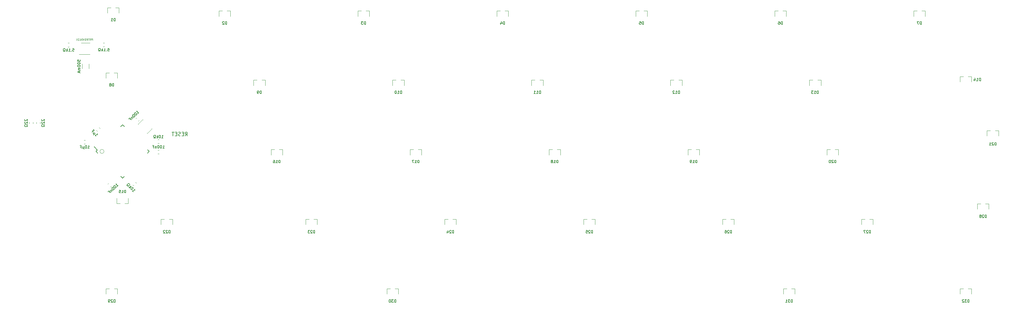
<source format=gbr>
G04 #@! TF.GenerationSoftware,KiCad,Pcbnew,(5.1.4)-1*
G04 #@! TF.CreationDate,2020-12-23T23:42:08-08:00*
G04 #@! TF.ProjectId,Nodu,4e6f6475-2e6b-4696-9361-645f70636258,rev?*
G04 #@! TF.SameCoordinates,Original*
G04 #@! TF.FileFunction,Legend,Bot*
G04 #@! TF.FilePolarity,Positive*
%FSLAX46Y46*%
G04 Gerber Fmt 4.6, Leading zero omitted, Abs format (unit mm)*
G04 Created by KiCad (PCBNEW (5.1.4)-1) date 2020-12-23 23:42:08*
%MOMM*%
%LPD*%
G04 APERTURE LIST*
%ADD10C,0.120000*%
%ADD11C,0.150000*%
%ADD12C,0.125000*%
G04 APERTURE END LIST*
D10*
X27688604Y-25465812D02*
X26415812Y-26738604D01*
X28961396Y-29284188D02*
X30234188Y-28011396D01*
X30234188Y-28011396D02*
X30128122Y-27905330D01*
X28961396Y-29284188D02*
X28855330Y-29178122D01*
X26415812Y-26738604D02*
X26521878Y-26844670D01*
X27688604Y-25465812D02*
X27794670Y-25571878D01*
X17083832Y-34225000D02*
G75*
G03X17083832Y-34225000I-565686J0D01*
G01*
D11*
X22175000Y-26906445D02*
X21697703Y-27383742D01*
X14856445Y-34225000D02*
X15263031Y-33818414D01*
X14856445Y-34225000D02*
X15333742Y-34702297D01*
X29493555Y-34225000D02*
X29016258Y-33747703D01*
X22175000Y-26906445D02*
X22652297Y-27383742D01*
X22175000Y-41543555D02*
X21697703Y-41066258D01*
X22175000Y-41543555D02*
X22652297Y-41066258D01*
X15263031Y-33818414D02*
X14361470Y-32916852D01*
X29493555Y-34225000D02*
X29016258Y-34702297D01*
D10*
X17196267Y-5485000D02*
X16853733Y-5485000D01*
X17196267Y-4465000D02*
X16853733Y-4465000D01*
X7203733Y-4515000D02*
X7546267Y-4515000D01*
X7203733Y-5535000D02*
X7546267Y-5535000D01*
X-3385000Y-26596267D02*
X-3385000Y-26253733D01*
X-2365000Y-26596267D02*
X-2365000Y-26253733D01*
X-1485000Y-26596267D02*
X-1485000Y-26253733D01*
X-465000Y-26596267D02*
X-465000Y-26253733D01*
X25210480Y-43631729D02*
X24968271Y-43389520D01*
X25931729Y-42910480D02*
X25689520Y-42668271D01*
X31828733Y-30990000D02*
X32171267Y-30990000D01*
X31828733Y-32010000D02*
X32171267Y-32010000D01*
X11115000Y-11477064D02*
X11115000Y-10272936D01*
X12935000Y-11477064D02*
X12935000Y-10272936D01*
X13225000Y-7574999D02*
X10275000Y-7574999D01*
X10825000Y-4474999D02*
X13225000Y-4474999D01*
X15235480Y-28656729D02*
X14993271Y-28414520D01*
X15956729Y-27935480D02*
X15714520Y-27693271D01*
X19106729Y-43664520D02*
X18864520Y-43906729D01*
X18385480Y-42943271D02*
X18143271Y-43185480D01*
X25793272Y-25185480D02*
X26035481Y-24943271D01*
X26514521Y-25906729D02*
X26756730Y-25664520D01*
X31853733Y-33865000D02*
X32196267Y-33865000D01*
X31853733Y-34885000D02*
X32196267Y-34885000D01*
X11946267Y-32135000D02*
X11603733Y-32135000D01*
X11946267Y-31115000D02*
X11603733Y-31115000D01*
X254930000Y-71865000D02*
X254930000Y-73325000D01*
X251770000Y-71865000D02*
X251770000Y-73325000D01*
X254930000Y-71865000D02*
X254000000Y-71865000D01*
X251770000Y-71865000D02*
X252700000Y-71865000D01*
X206511250Y-71865001D02*
X206511250Y-73325001D01*
X203351250Y-71865001D02*
X203351250Y-73325001D01*
X206511250Y-71865001D02*
X205581250Y-71865001D01*
X203351250Y-71865001D02*
X204281250Y-71865001D01*
X97767499Y-71865000D02*
X97767499Y-73325000D01*
X94607499Y-71865000D02*
X94607499Y-73325000D01*
X97767499Y-71865000D02*
X96837499Y-71865000D01*
X94607499Y-71865000D02*
X95537499Y-71865000D01*
X20773750Y-71865000D02*
X20773750Y-73325000D01*
X17613750Y-71865000D02*
X17613750Y-73325000D01*
X20773750Y-71865000D02*
X19843750Y-71865000D01*
X17613750Y-71865000D02*
X18543750Y-71865000D01*
X259692500Y-48596250D02*
X259692500Y-50056250D01*
X256532500Y-48596250D02*
X256532500Y-50056250D01*
X259692500Y-48596250D02*
X258762500Y-48596250D01*
X256532500Y-48596250D02*
X257462500Y-48596250D01*
X227942500Y-52815000D02*
X227942500Y-54275000D01*
X224782500Y-52815000D02*
X224782500Y-54275000D01*
X227942500Y-52815000D02*
X227012500Y-52815000D01*
X224782500Y-52815000D02*
X225712500Y-52815000D01*
X189842500Y-52815000D02*
X189842500Y-54275000D01*
X186682500Y-52815000D02*
X186682500Y-54275000D01*
X189842500Y-52815000D02*
X188912500Y-52815000D01*
X186682500Y-52815000D02*
X187612500Y-52815000D01*
X151742500Y-52815000D02*
X151742500Y-54275000D01*
X148582500Y-52815000D02*
X148582500Y-54275000D01*
X151742500Y-52815000D02*
X150812500Y-52815000D01*
X148582500Y-52815000D02*
X149512500Y-52815000D01*
X113642500Y-52814999D02*
X113642500Y-54274999D01*
X110482500Y-52814999D02*
X110482500Y-54274999D01*
X113642500Y-52814999D02*
X112712500Y-52814999D01*
X110482500Y-52814999D02*
X111412500Y-52814999D01*
X75542500Y-52815000D02*
X75542500Y-54275000D01*
X72382500Y-52815000D02*
X72382500Y-54275000D01*
X75542500Y-52815000D02*
X74612500Y-52815000D01*
X72382500Y-52815000D02*
X73312500Y-52815000D01*
X35855000Y-52815000D02*
X35855000Y-54275000D01*
X32695000Y-52815000D02*
X32695000Y-54275000D01*
X35855000Y-52815000D02*
X34925000Y-52815000D01*
X32695000Y-52815000D02*
X33625000Y-52815000D01*
X262355000Y-28515000D02*
X262355000Y-29975000D01*
X259195000Y-28515000D02*
X259195000Y-29975000D01*
X262355000Y-28515000D02*
X261425000Y-28515000D01*
X259195000Y-28515000D02*
X260125000Y-28515000D01*
X218417500Y-33721250D02*
X218417500Y-35181250D01*
X215257500Y-33721250D02*
X215257500Y-35181250D01*
X218417500Y-33721250D02*
X217487500Y-33721250D01*
X215257500Y-33721250D02*
X216187500Y-33721250D01*
X180317500Y-33721250D02*
X180317500Y-35181250D01*
X177157500Y-33721250D02*
X177157500Y-35181250D01*
X180317500Y-33721250D02*
X179387500Y-33721250D01*
X177157500Y-33721250D02*
X178087500Y-33721250D01*
X142217500Y-33721250D02*
X142217500Y-35181250D01*
X139057500Y-33721250D02*
X139057500Y-35181250D01*
X142217500Y-33721250D02*
X141287500Y-33721250D01*
X139057500Y-33721250D02*
X139987500Y-33721250D01*
X104117500Y-33721250D02*
X104117500Y-35181250D01*
X100957500Y-33721250D02*
X100957500Y-35181250D01*
X104117500Y-33721250D02*
X103187500Y-33721250D01*
X100957500Y-33721250D02*
X101887500Y-33721250D01*
X66017500Y-33721250D02*
X66017500Y-35181250D01*
X62857500Y-33721250D02*
X62857500Y-35181250D01*
X66017500Y-33721250D02*
X65087500Y-33721250D01*
X62857500Y-33721250D02*
X63787500Y-33721250D01*
X20570001Y-48535000D02*
X20570001Y-47075000D01*
X23730001Y-48535000D02*
X23730001Y-47075000D01*
X20570001Y-48535000D02*
X21500001Y-48535000D01*
X23730001Y-48535000D02*
X22800001Y-48535000D01*
X254930000Y-13671250D02*
X254930000Y-15131250D01*
X251770000Y-13671250D02*
X251770000Y-15131250D01*
X254930000Y-13671250D02*
X254000000Y-13671250D01*
X251770000Y-13671250D02*
X252700000Y-13671250D01*
X213655000Y-14671250D02*
X213655000Y-16131250D01*
X210495000Y-14671250D02*
X210495000Y-16131250D01*
X213655000Y-14671250D02*
X212725000Y-14671250D01*
X210495000Y-14671250D02*
X211425000Y-14671250D01*
X175555000Y-14671250D02*
X175555000Y-16131250D01*
X172395000Y-14671250D02*
X172395000Y-16131250D01*
X175555000Y-14671250D02*
X174625000Y-14671250D01*
X172395000Y-14671250D02*
X173325000Y-14671250D01*
X137455000Y-14671250D02*
X137455000Y-16131250D01*
X134295000Y-14671250D02*
X134295000Y-16131250D01*
X137455000Y-14671250D02*
X136525000Y-14671250D01*
X134295000Y-14671250D02*
X135225000Y-14671250D01*
X99355000Y-14671250D02*
X99355000Y-16131250D01*
X96195000Y-14671250D02*
X96195000Y-16131250D01*
X99355000Y-14671250D02*
X98425000Y-14671250D01*
X96195000Y-14671250D02*
X97125000Y-14671250D01*
X61255000Y-14671251D02*
X61255000Y-16131251D01*
X58095000Y-14671251D02*
X58095000Y-16131251D01*
X61255000Y-14671251D02*
X60325000Y-14671251D01*
X58095000Y-14671251D02*
X59025000Y-14671251D01*
X20755000Y-12665000D02*
X20755000Y-14125000D01*
X17595000Y-12665000D02*
X17595000Y-14125000D01*
X20755000Y-12665000D02*
X19825000Y-12665000D01*
X17595000Y-12665000D02*
X18525000Y-12665000D01*
X242230000Y4291250D02*
X242230000Y2831250D01*
X239070000Y4291250D02*
X239070000Y2831250D01*
X242230000Y4291250D02*
X241300000Y4291250D01*
X239070000Y4291250D02*
X240000000Y4291250D01*
X204130000Y4291250D02*
X204130000Y2831250D01*
X200970000Y4291250D02*
X200970000Y2831250D01*
X204130000Y4291250D02*
X203200000Y4291250D01*
X200970000Y4291250D02*
X201900000Y4291250D01*
X166030000Y4291250D02*
X166030000Y2831250D01*
X162870000Y4291250D02*
X162870000Y2831250D01*
X166030000Y4291250D02*
X165100000Y4291250D01*
X162870000Y4291250D02*
X163800000Y4291250D01*
X127930000Y4291250D02*
X127930000Y2831250D01*
X124770000Y4291250D02*
X124770000Y2831250D01*
X127930000Y4291250D02*
X127000000Y4291250D01*
X124770000Y4291250D02*
X125700000Y4291250D01*
X89830000Y4291250D02*
X89830000Y2831250D01*
X86670000Y4291250D02*
X86670000Y2831250D01*
X89830000Y4291250D02*
X88900000Y4291250D01*
X86670000Y4291250D02*
X87600000Y4291250D01*
X51730000Y4291250D02*
X51730000Y2831250D01*
X48570000Y4291250D02*
X48570000Y2831250D01*
X51730000Y4291250D02*
X50800000Y4291250D01*
X48570000Y4291250D02*
X49500000Y4291250D01*
X21180000Y5185000D02*
X21180000Y3725000D01*
X18020000Y5185000D02*
X18020000Y3725000D01*
X21180000Y5185000D02*
X20250000Y5185000D01*
X18020000Y5185000D02*
X18950000Y5185000D01*
D11*
X39327380Y-29927380D02*
X39660714Y-29451190D01*
X39898809Y-29927380D02*
X39898809Y-28927380D01*
X39517857Y-28927380D01*
X39422619Y-28975000D01*
X39375000Y-29022619D01*
X39327380Y-29117857D01*
X39327380Y-29260714D01*
X39375000Y-29355952D01*
X39422619Y-29403571D01*
X39517857Y-29451190D01*
X39898809Y-29451190D01*
X38898809Y-29403571D02*
X38565476Y-29403571D01*
X38422619Y-29927380D02*
X38898809Y-29927380D01*
X38898809Y-28927380D01*
X38422619Y-28927380D01*
X38041666Y-29879761D02*
X37898809Y-29927380D01*
X37660714Y-29927380D01*
X37565476Y-29879761D01*
X37517857Y-29832142D01*
X37470238Y-29736904D01*
X37470238Y-29641666D01*
X37517857Y-29546428D01*
X37565476Y-29498809D01*
X37660714Y-29451190D01*
X37851190Y-29403571D01*
X37946428Y-29355952D01*
X37994047Y-29308333D01*
X38041666Y-29213095D01*
X38041666Y-29117857D01*
X37994047Y-29022619D01*
X37946428Y-28975000D01*
X37851190Y-28927380D01*
X37613095Y-28927380D01*
X37470238Y-28975000D01*
X37041666Y-29403571D02*
X36708333Y-29403571D01*
X36565476Y-29927380D02*
X37041666Y-29927380D01*
X37041666Y-28927380D01*
X36565476Y-28927380D01*
X36279761Y-28927380D02*
X35708333Y-28927380D01*
X35994047Y-29927380D02*
X35994047Y-28927380D01*
X18114285Y-5964285D02*
X18471428Y-5964285D01*
X18507142Y-6321428D01*
X18471428Y-6285714D01*
X18400000Y-6250000D01*
X18221428Y-6250000D01*
X18150000Y-6285714D01*
X18114285Y-6321428D01*
X18078571Y-6392857D01*
X18078571Y-6571428D01*
X18114285Y-6642857D01*
X18150000Y-6678571D01*
X18221428Y-6714285D01*
X18400000Y-6714285D01*
X18471428Y-6678571D01*
X18507142Y-6642857D01*
X17757142Y-6642857D02*
X17721428Y-6678571D01*
X17757142Y-6714285D01*
X17792857Y-6678571D01*
X17757142Y-6642857D01*
X17757142Y-6714285D01*
X17007142Y-6714285D02*
X17435714Y-6714285D01*
X17221428Y-6714285D02*
X17221428Y-5964285D01*
X17292857Y-6071428D01*
X17364285Y-6142857D01*
X17435714Y-6178571D01*
X16685714Y-6714285D02*
X16685714Y-5964285D01*
X16614285Y-6428571D02*
X16400000Y-6714285D01*
X16400000Y-6214285D02*
X16685714Y-6500000D01*
X16114285Y-6714285D02*
X15935714Y-6714285D01*
X15935714Y-6571428D01*
X16007142Y-6535714D01*
X16078571Y-6464285D01*
X16114285Y-6357142D01*
X16114285Y-6178571D01*
X16078571Y-6071428D01*
X16007142Y-6000000D01*
X15900000Y-5964285D01*
X15757142Y-5964285D01*
X15650000Y-6000000D01*
X15578571Y-6071428D01*
X15542857Y-6178571D01*
X15542857Y-6357142D01*
X15578571Y-6464285D01*
X15650000Y-6535714D01*
X15721428Y-6571428D01*
X15721428Y-6714285D01*
X15542857Y-6714285D01*
X8464285Y-6014285D02*
X8821428Y-6014285D01*
X8857142Y-6371428D01*
X8821428Y-6335714D01*
X8750000Y-6300000D01*
X8571428Y-6300000D01*
X8500000Y-6335714D01*
X8464285Y-6371428D01*
X8428571Y-6442857D01*
X8428571Y-6621428D01*
X8464285Y-6692857D01*
X8500000Y-6728571D01*
X8571428Y-6764285D01*
X8750000Y-6764285D01*
X8821428Y-6728571D01*
X8857142Y-6692857D01*
X8107142Y-6692857D02*
X8071428Y-6728571D01*
X8107142Y-6764285D01*
X8142857Y-6728571D01*
X8107142Y-6692857D01*
X8107142Y-6764285D01*
X7357142Y-6764285D02*
X7785714Y-6764285D01*
X7571428Y-6764285D02*
X7571428Y-6014285D01*
X7642857Y-6121428D01*
X7714285Y-6192857D01*
X7785714Y-6228571D01*
X7035714Y-6764285D02*
X7035714Y-6014285D01*
X6964285Y-6478571D02*
X6749999Y-6764285D01*
X6749999Y-6264285D02*
X7035714Y-6550000D01*
X6464285Y-6764285D02*
X6285714Y-6764285D01*
X6285714Y-6621428D01*
X6357142Y-6585714D01*
X6428571Y-6514285D01*
X6464285Y-6407142D01*
X6464285Y-6228571D01*
X6428571Y-6121428D01*
X6357142Y-6050000D01*
X6249999Y-6014285D01*
X6107142Y-6014285D01*
X5999999Y-6050000D01*
X5928571Y-6121428D01*
X5892857Y-6228571D01*
X5892857Y-6407142D01*
X5928571Y-6514285D01*
X5999999Y-6585714D01*
X6071428Y-6621428D01*
X6071428Y-6764285D01*
X5892857Y-6764285D01*
X-4614285Y-25425000D02*
X-4650000Y-25460714D01*
X-4685714Y-25532142D01*
X-4685714Y-25710714D01*
X-4650000Y-25782142D01*
X-4614285Y-25817857D01*
X-4542857Y-25853571D01*
X-4471428Y-25853571D01*
X-4364285Y-25817857D01*
X-3935714Y-25389285D01*
X-3935714Y-25853571D01*
X-4614285Y-26139285D02*
X-4650000Y-26175000D01*
X-4685714Y-26246428D01*
X-4685714Y-26425000D01*
X-4650000Y-26496428D01*
X-4614285Y-26532142D01*
X-4542857Y-26567857D01*
X-4471428Y-26567857D01*
X-4364285Y-26532142D01*
X-3935714Y-26103571D01*
X-3935714Y-26567857D01*
X-3935714Y-26853571D02*
X-3935714Y-27032142D01*
X-4078571Y-27032142D01*
X-4114285Y-26960714D01*
X-4185714Y-26889285D01*
X-4292857Y-26853571D01*
X-4471428Y-26853571D01*
X-4578571Y-26889285D01*
X-4650000Y-26960714D01*
X-4685714Y-27067857D01*
X-4685714Y-27210714D01*
X-4650000Y-27317857D01*
X-4578571Y-27389285D01*
X-4471428Y-27425000D01*
X-4292857Y-27425000D01*
X-4185714Y-27389285D01*
X-4114285Y-27317857D01*
X-4078571Y-27246428D01*
X-3935714Y-27246428D01*
X-3935714Y-27425000D01*
X35714Y-25425000D02*
X0Y-25460714D01*
X-35714Y-25532142D01*
X-35714Y-25710714D01*
X0Y-25782142D01*
X35714Y-25817857D01*
X107142Y-25853571D01*
X178571Y-25853571D01*
X285714Y-25817857D01*
X714285Y-25389285D01*
X714285Y-25853571D01*
X35714Y-26139285D02*
X0Y-26175000D01*
X-35714Y-26246428D01*
X-35714Y-26425000D01*
X0Y-26496428D01*
X35714Y-26532142D01*
X107142Y-26567857D01*
X178571Y-26567857D01*
X285714Y-26532142D01*
X714285Y-26103571D01*
X714285Y-26567857D01*
X714285Y-26853571D02*
X714285Y-27032142D01*
X571428Y-27032142D01*
X535714Y-26960714D01*
X464285Y-26889285D01*
X357142Y-26853571D01*
X178571Y-26853571D01*
X71428Y-26889285D01*
X0Y-26960714D01*
X-35714Y-27067857D01*
X-35714Y-27210714D01*
X0Y-27317857D01*
X71428Y-27389285D01*
X178571Y-27425000D01*
X357142Y-27425000D01*
X464285Y-27389285D01*
X535714Y-27317857D01*
X571428Y-27246428D01*
X714285Y-27246428D01*
X714285Y-27425000D01*
X24838858Y-44998578D02*
X25141903Y-45301624D01*
X24990381Y-45150101D02*
X25520711Y-44619771D01*
X25495457Y-44746040D01*
X25495457Y-44847055D01*
X25520711Y-44922817D01*
X25040888Y-44139949D02*
X24990381Y-44089441D01*
X24914619Y-44064187D01*
X24864112Y-44064187D01*
X24788350Y-44089441D01*
X24662081Y-44165202D01*
X24535812Y-44291471D01*
X24460050Y-44417740D01*
X24434797Y-44493502D01*
X24434797Y-44544010D01*
X24460051Y-44619771D01*
X24510558Y-44670279D01*
X24586320Y-44695532D01*
X24636827Y-44695532D01*
X24712589Y-44670279D01*
X24838858Y-44594517D01*
X24965127Y-44468248D01*
X25040888Y-44341979D01*
X25066142Y-44266218D01*
X25066142Y-44215710D01*
X25040888Y-44139949D01*
X24106497Y-44266218D02*
X24636827Y-43735887D01*
X24258020Y-44013679D02*
X23904467Y-44064187D01*
X24258020Y-43710634D02*
X24258020Y-44114695D01*
X23702436Y-43862157D02*
X23576167Y-43735887D01*
X23677182Y-43634872D01*
X23752944Y-43660126D01*
X23853959Y-43660126D01*
X23954974Y-43609618D01*
X24081243Y-43483349D01*
X24131751Y-43382334D01*
X24131751Y-43281319D01*
X24081243Y-43180304D01*
X23980228Y-43079288D01*
X23879213Y-43028781D01*
X23778198Y-43028781D01*
X23677182Y-43079288D01*
X23550913Y-43205557D01*
X23500406Y-43306573D01*
X23500406Y-43407588D01*
X23525659Y-43483349D01*
X23424644Y-43584365D01*
X23298375Y-43458096D01*
X32875000Y-30514285D02*
X33303571Y-30514285D01*
X33089285Y-30514285D02*
X33089285Y-29764285D01*
X33160714Y-29871428D01*
X33232142Y-29942857D01*
X33303571Y-29978571D01*
X32410714Y-29764285D02*
X32339285Y-29764285D01*
X32267857Y-29800000D01*
X32232142Y-29835714D01*
X32196428Y-29907142D01*
X32160714Y-30050000D01*
X32160714Y-30228571D01*
X32196428Y-30371428D01*
X32232142Y-30442857D01*
X32267857Y-30478571D01*
X32339285Y-30514285D01*
X32410714Y-30514285D01*
X32482142Y-30478571D01*
X32517857Y-30442857D01*
X32553571Y-30371428D01*
X32589285Y-30228571D01*
X32589285Y-30050000D01*
X32553571Y-29907142D01*
X32517857Y-29835714D01*
X32482142Y-29800000D01*
X32410714Y-29764285D01*
X31839285Y-30514285D02*
X31839285Y-29764285D01*
X31767857Y-30228571D02*
X31553571Y-30514285D01*
X31553571Y-30014285D02*
X31839285Y-30300000D01*
X31267857Y-30514285D02*
X31089285Y-30514285D01*
X31089285Y-30371428D01*
X31160714Y-30335714D01*
X31232142Y-30264285D01*
X31267857Y-30157142D01*
X31267857Y-29978571D01*
X31232142Y-29871428D01*
X31160714Y-29800000D01*
X31053571Y-29764285D01*
X30910714Y-29764285D01*
X30803571Y-29800000D01*
X30732142Y-29871428D01*
X30696428Y-29978571D01*
X30696428Y-30157142D01*
X30732142Y-30264285D01*
X30803571Y-30335714D01*
X30875000Y-30371428D01*
X30875000Y-30514285D01*
X30696428Y-30514285D01*
X9794285Y-9517857D02*
X9794285Y-9160714D01*
X10151428Y-9125000D01*
X10115714Y-9160714D01*
X10080000Y-9232142D01*
X10080000Y-9410714D01*
X10115714Y-9482142D01*
X10151428Y-9517857D01*
X10222857Y-9553571D01*
X10401428Y-9553571D01*
X10472857Y-9517857D01*
X10508571Y-9482142D01*
X10544285Y-9410714D01*
X10544285Y-9232142D01*
X10508571Y-9160714D01*
X10472857Y-9125000D01*
X9794285Y-10017857D02*
X9794285Y-10089285D01*
X9830000Y-10160714D01*
X9865714Y-10196428D01*
X9937142Y-10232142D01*
X10080000Y-10267857D01*
X10258571Y-10267857D01*
X10401428Y-10232142D01*
X10472857Y-10196428D01*
X10508571Y-10160714D01*
X10544285Y-10089285D01*
X10544285Y-10017857D01*
X10508571Y-9946428D01*
X10472857Y-9910714D01*
X10401428Y-9875000D01*
X10258571Y-9839285D01*
X10080000Y-9839285D01*
X9937142Y-9875000D01*
X9865714Y-9910714D01*
X9830000Y-9946428D01*
X9794285Y-10017857D01*
X9794285Y-10732142D02*
X9794285Y-10803571D01*
X9830000Y-10875000D01*
X9865714Y-10910714D01*
X9937142Y-10946428D01*
X10080000Y-10982142D01*
X10258571Y-10982142D01*
X10401428Y-10946428D01*
X10472857Y-10910714D01*
X10508571Y-10875000D01*
X10544285Y-10803571D01*
X10544285Y-10732142D01*
X10508571Y-10660714D01*
X10472857Y-10625000D01*
X10401428Y-10589285D01*
X10258571Y-10553571D01*
X10080000Y-10553571D01*
X9937142Y-10589285D01*
X9865714Y-10625000D01*
X9830000Y-10660714D01*
X9794285Y-10732142D01*
X10544285Y-11303571D02*
X10044285Y-11303571D01*
X10115714Y-11303571D02*
X10080000Y-11339285D01*
X10044285Y-11410714D01*
X10044285Y-11517857D01*
X10080000Y-11589285D01*
X10151428Y-11625000D01*
X10544285Y-11625000D01*
X10151428Y-11625000D02*
X10080000Y-11660714D01*
X10044285Y-11732142D01*
X10044285Y-11839285D01*
X10080000Y-11910714D01*
X10151428Y-11946428D01*
X10544285Y-11946428D01*
X10330000Y-12267857D02*
X10330000Y-12625000D01*
X10544285Y-12196428D02*
X9794285Y-12446428D01*
X10544285Y-12696428D01*
D12*
X13995000Y-3771189D02*
X13995000Y-3271189D01*
X13804523Y-3271189D01*
X13756904Y-3294999D01*
X13733095Y-3318808D01*
X13709285Y-3366427D01*
X13709285Y-3437856D01*
X13733095Y-3485475D01*
X13756904Y-3509284D01*
X13804523Y-3533094D01*
X13995000Y-3533094D01*
X13209285Y-3771189D02*
X13375952Y-3533094D01*
X13495000Y-3771189D02*
X13495000Y-3271189D01*
X13304523Y-3271189D01*
X13256904Y-3294999D01*
X13233095Y-3318808D01*
X13209285Y-3366427D01*
X13209285Y-3437856D01*
X13233095Y-3485475D01*
X13256904Y-3509284D01*
X13304523Y-3533094D01*
X13495000Y-3533094D01*
X13066428Y-3271189D02*
X12780714Y-3271189D01*
X12923571Y-3771189D02*
X12923571Y-3271189D01*
X12328333Y-3771189D02*
X12495000Y-3533094D01*
X12614047Y-3771189D02*
X12614047Y-3271189D01*
X12423571Y-3271189D01*
X12375952Y-3294999D01*
X12352142Y-3318808D01*
X12328333Y-3366427D01*
X12328333Y-3437856D01*
X12352142Y-3485475D01*
X12375952Y-3509284D01*
X12423571Y-3533094D01*
X12614047Y-3533094D01*
X11875952Y-3271189D02*
X12114047Y-3271189D01*
X12137857Y-3509284D01*
X12114047Y-3485475D01*
X12066428Y-3461665D01*
X11947380Y-3461665D01*
X11899761Y-3485475D01*
X11875952Y-3509284D01*
X11852142Y-3556903D01*
X11852142Y-3675951D01*
X11875952Y-3723570D01*
X11899761Y-3747379D01*
X11947380Y-3771189D01*
X12066428Y-3771189D01*
X12114047Y-3747379D01*
X12137857Y-3723570D01*
X11709285Y-3271189D02*
X11542619Y-3771189D01*
X11375952Y-3271189D01*
X11114047Y-3271189D02*
X11066428Y-3271189D01*
X11018809Y-3294999D01*
X10995000Y-3318808D01*
X10971190Y-3366427D01*
X10947380Y-3461665D01*
X10947380Y-3580713D01*
X10971190Y-3675951D01*
X10995000Y-3723570D01*
X11018809Y-3747379D01*
X11066428Y-3771189D01*
X11114047Y-3771189D01*
X11161666Y-3747379D01*
X11185476Y-3723570D01*
X11209285Y-3675951D01*
X11233095Y-3580713D01*
X11233095Y-3461665D01*
X11209285Y-3366427D01*
X11185476Y-3318808D01*
X11161666Y-3294999D01*
X11114047Y-3271189D01*
X10733095Y-3271189D02*
X10733095Y-3675951D01*
X10709285Y-3723570D01*
X10685476Y-3747379D01*
X10637857Y-3771189D01*
X10542619Y-3771189D01*
X10495000Y-3747379D01*
X10471190Y-3723570D01*
X10447380Y-3675951D01*
X10447380Y-3271189D01*
X10233095Y-3318808D02*
X10209285Y-3294999D01*
X10161666Y-3271189D01*
X10042619Y-3271189D01*
X9995000Y-3294999D01*
X9971190Y-3318808D01*
X9947380Y-3366427D01*
X9947380Y-3414046D01*
X9971190Y-3485475D01*
X10256904Y-3771189D01*
X9947380Y-3771189D01*
X9780714Y-3271189D02*
X9447380Y-3771189D01*
X9447380Y-3271189D02*
X9780714Y-3771189D01*
D11*
X14598693Y-29758413D02*
X14901738Y-30061459D01*
X14750216Y-29909936D02*
X15280546Y-29379606D01*
X15255292Y-29505875D01*
X15255292Y-29606890D01*
X15280546Y-29682652D01*
X14724962Y-29177575D02*
X14194632Y-29707905D01*
X14194632Y-29202829D02*
X14118870Y-29228083D01*
X14043109Y-29202829D01*
X14447170Y-29455367D02*
X14371408Y-29480621D01*
X14295647Y-29455367D01*
X14194632Y-29354352D01*
X14169378Y-29278591D01*
X14194632Y-29202829D01*
X14472424Y-28925037D01*
X13916840Y-28520976D02*
X14093616Y-28697753D01*
X13815824Y-28975545D02*
X14346155Y-28445215D01*
X14093616Y-28192677D01*
X20675609Y-43834111D02*
X20978654Y-43531065D01*
X20827132Y-43682588D02*
X20296801Y-43152258D01*
X20423071Y-43177512D01*
X20524086Y-43177512D01*
X20599847Y-43152258D01*
X19816979Y-43632080D02*
X19766471Y-43682588D01*
X19741218Y-43758349D01*
X19741218Y-43808857D01*
X19766471Y-43884618D01*
X19842233Y-44010887D01*
X19968502Y-44137157D01*
X20094771Y-44212918D01*
X20170532Y-44238172D01*
X20221040Y-44238172D01*
X20296801Y-44212918D01*
X20347309Y-44162410D01*
X20372563Y-44086649D01*
X20372563Y-44036141D01*
X20347309Y-43960380D01*
X20271548Y-43834111D01*
X20145279Y-43707842D01*
X20019010Y-43632080D01*
X19943248Y-43606826D01*
X19892740Y-43606826D01*
X19816979Y-43632080D01*
X19311903Y-44137157D02*
X19261395Y-44187664D01*
X19236141Y-44263426D01*
X19236141Y-44313933D01*
X19261395Y-44389695D01*
X19337157Y-44515964D01*
X19463426Y-44642233D01*
X19589695Y-44717994D01*
X19665456Y-44743248D01*
X19715964Y-44743248D01*
X19791725Y-44717994D01*
X19842233Y-44667487D01*
X19867487Y-44591725D01*
X19867487Y-44541218D01*
X19842233Y-44465456D01*
X19766471Y-44339187D01*
X19640202Y-44212918D01*
X19513933Y-44137157D01*
X19438172Y-44111903D01*
X19387664Y-44111903D01*
X19311903Y-44137157D01*
X19084618Y-44717994D02*
X19438172Y-45071548D01*
X19135126Y-44768502D02*
X19084618Y-44768502D01*
X19008857Y-44793756D01*
X18933096Y-44869517D01*
X18907842Y-44945279D01*
X18933096Y-45021040D01*
X19210887Y-45298832D01*
X18503781Y-45450355D02*
X18680557Y-45273578D01*
X18958349Y-45551370D02*
X18428019Y-45021040D01*
X18175481Y-45273578D01*
X26345712Y-23854213D02*
X26648757Y-23551167D01*
X26497235Y-23702690D02*
X25966904Y-23172360D01*
X26093174Y-23197614D01*
X26194189Y-23197614D01*
X26269950Y-23172360D01*
X25487082Y-23652182D02*
X25436574Y-23702690D01*
X25411321Y-23778451D01*
X25411321Y-23828959D01*
X25436574Y-23904720D01*
X25512336Y-24030989D01*
X25638605Y-24157259D01*
X25764874Y-24233020D01*
X25840635Y-24258274D01*
X25891143Y-24258274D01*
X25966904Y-24233020D01*
X26017412Y-24182512D01*
X26042666Y-24106751D01*
X26042666Y-24056243D01*
X26017412Y-23980482D01*
X25941651Y-23854213D01*
X25815382Y-23727944D01*
X25689113Y-23652182D01*
X25613351Y-23626928D01*
X25562843Y-23626928D01*
X25487082Y-23652182D01*
X24982006Y-24157259D02*
X24931498Y-24207766D01*
X24906244Y-24283528D01*
X24906244Y-24334035D01*
X24931498Y-24409797D01*
X25007260Y-24536066D01*
X25133529Y-24662335D01*
X25259798Y-24738096D01*
X25335559Y-24763350D01*
X25386067Y-24763350D01*
X25461828Y-24738096D01*
X25512336Y-24687589D01*
X25537590Y-24611827D01*
X25537590Y-24561320D01*
X25512336Y-24485558D01*
X25436574Y-24359289D01*
X25310305Y-24233020D01*
X25184036Y-24157259D01*
X25108275Y-24132005D01*
X25057767Y-24132005D01*
X24982006Y-24157259D01*
X24754721Y-24738096D02*
X25108275Y-25091650D01*
X24805229Y-24788604D02*
X24754721Y-24788604D01*
X24678960Y-24813858D01*
X24603199Y-24889619D01*
X24577945Y-24965381D01*
X24603199Y-25041142D01*
X24880990Y-25318934D01*
X24173884Y-25470457D02*
X24350660Y-25293680D01*
X24628452Y-25571472D02*
X24098122Y-25041142D01*
X23845584Y-25293680D01*
X33185714Y-33314285D02*
X33614285Y-33314285D01*
X33400000Y-33314285D02*
X33400000Y-32564285D01*
X33471428Y-32671428D01*
X33542857Y-32742857D01*
X33614285Y-32778571D01*
X32721428Y-32564285D02*
X32650000Y-32564285D01*
X32578571Y-32600000D01*
X32542857Y-32635714D01*
X32507142Y-32707142D01*
X32471428Y-32850000D01*
X32471428Y-33028571D01*
X32507142Y-33171428D01*
X32542857Y-33242857D01*
X32578571Y-33278571D01*
X32650000Y-33314285D01*
X32721428Y-33314285D01*
X32792857Y-33278571D01*
X32828571Y-33242857D01*
X32864285Y-33171428D01*
X32900000Y-33028571D01*
X32900000Y-32850000D01*
X32864285Y-32707142D01*
X32828571Y-32635714D01*
X32792857Y-32600000D01*
X32721428Y-32564285D01*
X32007142Y-32564285D02*
X31935714Y-32564285D01*
X31864285Y-32600000D01*
X31828571Y-32635714D01*
X31792857Y-32707142D01*
X31757142Y-32850000D01*
X31757142Y-33028571D01*
X31792857Y-33171428D01*
X31828571Y-33242857D01*
X31864285Y-33278571D01*
X31935714Y-33314285D01*
X32007142Y-33314285D01*
X32078571Y-33278571D01*
X32114285Y-33242857D01*
X32150000Y-33171428D01*
X32185714Y-33028571D01*
X32185714Y-32850000D01*
X32150000Y-32707142D01*
X32114285Y-32635714D01*
X32078571Y-32600000D01*
X32007142Y-32564285D01*
X31435714Y-32814285D02*
X31435714Y-33314285D01*
X31435714Y-32885714D02*
X31400000Y-32850000D01*
X31328571Y-32814285D01*
X31221428Y-32814285D01*
X31150000Y-32850000D01*
X31114285Y-32921428D01*
X31114285Y-33314285D01*
X30507142Y-32921428D02*
X30757142Y-32921428D01*
X30757142Y-33314285D02*
X30757142Y-32564285D01*
X30400000Y-32564285D01*
X12632142Y-33364285D02*
X13060714Y-33364285D01*
X12846428Y-33364285D02*
X12846428Y-32614285D01*
X12917857Y-32721428D01*
X12989285Y-32792857D01*
X13060714Y-32828571D01*
X12167857Y-32614285D02*
X12096428Y-32614285D01*
X12025000Y-32650000D01*
X11989285Y-32685714D01*
X11953571Y-32757142D01*
X11917857Y-32900000D01*
X11917857Y-33078571D01*
X11953571Y-33221428D01*
X11989285Y-33292857D01*
X12025000Y-33328571D01*
X12096428Y-33364285D01*
X12167857Y-33364285D01*
X12239285Y-33328571D01*
X12275000Y-33292857D01*
X12310714Y-33221428D01*
X12346428Y-33078571D01*
X12346428Y-32900000D01*
X12310714Y-32757142D01*
X12275000Y-32685714D01*
X12239285Y-32650000D01*
X12167857Y-32614285D01*
X11596428Y-32864285D02*
X11596428Y-33614285D01*
X11239285Y-33257142D02*
X11203571Y-33328571D01*
X11132142Y-33364285D01*
X11596428Y-33257142D02*
X11560714Y-33328571D01*
X11489285Y-33364285D01*
X11346428Y-33364285D01*
X11275000Y-33328571D01*
X11239285Y-33257142D01*
X11239285Y-32864285D01*
X10560714Y-32971428D02*
X10810714Y-32971428D01*
X10810714Y-33364285D02*
X10810714Y-32614285D01*
X10453571Y-32614285D01*
X254260714Y-75614285D02*
X254260714Y-74864285D01*
X254082142Y-74864285D01*
X253975000Y-74900000D01*
X253903571Y-74971428D01*
X253867857Y-75042857D01*
X253832142Y-75185714D01*
X253832142Y-75292857D01*
X253867857Y-75435714D01*
X253903571Y-75507142D01*
X253975000Y-75578571D01*
X254082142Y-75614285D01*
X254260714Y-75614285D01*
X253582142Y-74864285D02*
X253117857Y-74864285D01*
X253367857Y-75150000D01*
X253260714Y-75150000D01*
X253189285Y-75185714D01*
X253153571Y-75221428D01*
X253117857Y-75292857D01*
X253117857Y-75471428D01*
X253153571Y-75542857D01*
X253189285Y-75578571D01*
X253260714Y-75614285D01*
X253475000Y-75614285D01*
X253546428Y-75578571D01*
X253582142Y-75542857D01*
X252832142Y-74935714D02*
X252796428Y-74900000D01*
X252725000Y-74864285D01*
X252546428Y-74864285D01*
X252475000Y-74900000D01*
X252439285Y-74935714D01*
X252403571Y-75007142D01*
X252403571Y-75078571D01*
X252439285Y-75185714D01*
X252867857Y-75614285D01*
X252403571Y-75614285D01*
X205841964Y-75614286D02*
X205841964Y-74864286D01*
X205663392Y-74864286D01*
X205556250Y-74900001D01*
X205484821Y-74971429D01*
X205449107Y-75042858D01*
X205413392Y-75185715D01*
X205413392Y-75292858D01*
X205449107Y-75435715D01*
X205484821Y-75507143D01*
X205556250Y-75578572D01*
X205663392Y-75614286D01*
X205841964Y-75614286D01*
X205163392Y-74864286D02*
X204699107Y-74864286D01*
X204949107Y-75150001D01*
X204841964Y-75150001D01*
X204770535Y-75185715D01*
X204734821Y-75221429D01*
X204699107Y-75292858D01*
X204699107Y-75471429D01*
X204734821Y-75542858D01*
X204770535Y-75578572D01*
X204841964Y-75614286D01*
X205056250Y-75614286D01*
X205127678Y-75578572D01*
X205163392Y-75542858D01*
X203984821Y-75614286D02*
X204413392Y-75614286D01*
X204199107Y-75614286D02*
X204199107Y-74864286D01*
X204270535Y-74971429D01*
X204341964Y-75042858D01*
X204413392Y-75078572D01*
X97098213Y-75614285D02*
X97098213Y-74864285D01*
X96919641Y-74864285D01*
X96812499Y-74900000D01*
X96741070Y-74971428D01*
X96705356Y-75042857D01*
X96669641Y-75185714D01*
X96669641Y-75292857D01*
X96705356Y-75435714D01*
X96741070Y-75507142D01*
X96812499Y-75578571D01*
X96919641Y-75614285D01*
X97098213Y-75614285D01*
X96419641Y-74864285D02*
X95955356Y-74864285D01*
X96205356Y-75150000D01*
X96098213Y-75150000D01*
X96026784Y-75185714D01*
X95991070Y-75221428D01*
X95955356Y-75292857D01*
X95955356Y-75471428D01*
X95991070Y-75542857D01*
X96026784Y-75578571D01*
X96098213Y-75614285D01*
X96312499Y-75614285D01*
X96383927Y-75578571D01*
X96419641Y-75542857D01*
X95491070Y-74864285D02*
X95419641Y-74864285D01*
X95348213Y-74900000D01*
X95312499Y-74935714D01*
X95276784Y-75007142D01*
X95241070Y-75150000D01*
X95241070Y-75328571D01*
X95276784Y-75471428D01*
X95312499Y-75542857D01*
X95348213Y-75578571D01*
X95419641Y-75614285D01*
X95491070Y-75614285D01*
X95562499Y-75578571D01*
X95598213Y-75542857D01*
X95633927Y-75471428D01*
X95669641Y-75328571D01*
X95669641Y-75150000D01*
X95633927Y-75007142D01*
X95598213Y-74935714D01*
X95562499Y-74900000D01*
X95491070Y-74864285D01*
X20104464Y-75614285D02*
X20104464Y-74864285D01*
X19925892Y-74864285D01*
X19818750Y-74900000D01*
X19747321Y-74971428D01*
X19711607Y-75042857D01*
X19675892Y-75185714D01*
X19675892Y-75292857D01*
X19711607Y-75435714D01*
X19747321Y-75507142D01*
X19818750Y-75578571D01*
X19925892Y-75614285D01*
X20104464Y-75614285D01*
X19390178Y-74935714D02*
X19354464Y-74900000D01*
X19283035Y-74864285D01*
X19104464Y-74864285D01*
X19033035Y-74900000D01*
X18997321Y-74935714D01*
X18961607Y-75007142D01*
X18961607Y-75078571D01*
X18997321Y-75185714D01*
X19425892Y-75614285D01*
X18961607Y-75614285D01*
X18604464Y-75614285D02*
X18461607Y-75614285D01*
X18390178Y-75578571D01*
X18354464Y-75542857D01*
X18283035Y-75435714D01*
X18247321Y-75292857D01*
X18247321Y-75007142D01*
X18283035Y-74935714D01*
X18318750Y-74900000D01*
X18390178Y-74864285D01*
X18533035Y-74864285D01*
X18604464Y-74900000D01*
X18640178Y-74935714D01*
X18675892Y-75007142D01*
X18675892Y-75185714D01*
X18640178Y-75257142D01*
X18604464Y-75292857D01*
X18533035Y-75328571D01*
X18390178Y-75328571D01*
X18318750Y-75292857D01*
X18283035Y-75257142D01*
X18247321Y-75185714D01*
X259023214Y-52364285D02*
X259023214Y-51614285D01*
X258844642Y-51614285D01*
X258737500Y-51650000D01*
X258666071Y-51721428D01*
X258630357Y-51792857D01*
X258594642Y-51935714D01*
X258594642Y-52042857D01*
X258630357Y-52185714D01*
X258666071Y-52257142D01*
X258737500Y-52328571D01*
X258844642Y-52364285D01*
X259023214Y-52364285D01*
X258308928Y-51685714D02*
X258273214Y-51650000D01*
X258201785Y-51614285D01*
X258023214Y-51614285D01*
X257951785Y-51650000D01*
X257916071Y-51685714D01*
X257880357Y-51757142D01*
X257880357Y-51828571D01*
X257916071Y-51935714D01*
X258344642Y-52364285D01*
X257880357Y-52364285D01*
X257451785Y-51935714D02*
X257523214Y-51900000D01*
X257558928Y-51864285D01*
X257594642Y-51792857D01*
X257594642Y-51757142D01*
X257558928Y-51685714D01*
X257523214Y-51650000D01*
X257451785Y-51614285D01*
X257308928Y-51614285D01*
X257237500Y-51650000D01*
X257201785Y-51685714D01*
X257166071Y-51757142D01*
X257166071Y-51792857D01*
X257201785Y-51864285D01*
X257237500Y-51900000D01*
X257308928Y-51935714D01*
X257451785Y-51935714D01*
X257523214Y-51971428D01*
X257558928Y-52007142D01*
X257594642Y-52078571D01*
X257594642Y-52221428D01*
X257558928Y-52292857D01*
X257523214Y-52328571D01*
X257451785Y-52364285D01*
X257308928Y-52364285D01*
X257237500Y-52328571D01*
X257201785Y-52292857D01*
X257166071Y-52221428D01*
X257166071Y-52078571D01*
X257201785Y-52007142D01*
X257237500Y-51971428D01*
X257308928Y-51935714D01*
X227273214Y-56614285D02*
X227273214Y-55864285D01*
X227094642Y-55864285D01*
X226987500Y-55900000D01*
X226916071Y-55971428D01*
X226880357Y-56042857D01*
X226844642Y-56185714D01*
X226844642Y-56292857D01*
X226880357Y-56435714D01*
X226916071Y-56507142D01*
X226987500Y-56578571D01*
X227094642Y-56614285D01*
X227273214Y-56614285D01*
X226558928Y-55935714D02*
X226523214Y-55900000D01*
X226451785Y-55864285D01*
X226273214Y-55864285D01*
X226201785Y-55900000D01*
X226166071Y-55935714D01*
X226130357Y-56007142D01*
X226130357Y-56078571D01*
X226166071Y-56185714D01*
X226594642Y-56614285D01*
X226130357Y-56614285D01*
X225880357Y-55864285D02*
X225380357Y-55864285D01*
X225701785Y-56614285D01*
X189173214Y-56614285D02*
X189173214Y-55864285D01*
X188994642Y-55864285D01*
X188887500Y-55900000D01*
X188816071Y-55971428D01*
X188780357Y-56042857D01*
X188744642Y-56185714D01*
X188744642Y-56292857D01*
X188780357Y-56435714D01*
X188816071Y-56507142D01*
X188887500Y-56578571D01*
X188994642Y-56614285D01*
X189173214Y-56614285D01*
X188458928Y-55935714D02*
X188423214Y-55900000D01*
X188351785Y-55864285D01*
X188173214Y-55864285D01*
X188101785Y-55900000D01*
X188066071Y-55935714D01*
X188030357Y-56007142D01*
X188030357Y-56078571D01*
X188066071Y-56185714D01*
X188494642Y-56614285D01*
X188030357Y-56614285D01*
X187387500Y-55864285D02*
X187530357Y-55864285D01*
X187601785Y-55900000D01*
X187637500Y-55935714D01*
X187708928Y-56042857D01*
X187744642Y-56185714D01*
X187744642Y-56471428D01*
X187708928Y-56542857D01*
X187673214Y-56578571D01*
X187601785Y-56614285D01*
X187458928Y-56614285D01*
X187387500Y-56578571D01*
X187351785Y-56542857D01*
X187316071Y-56471428D01*
X187316071Y-56292857D01*
X187351785Y-56221428D01*
X187387500Y-56185714D01*
X187458928Y-56150000D01*
X187601785Y-56150000D01*
X187673214Y-56185714D01*
X187708928Y-56221428D01*
X187744642Y-56292857D01*
X151073214Y-56614285D02*
X151073214Y-55864285D01*
X150894642Y-55864285D01*
X150787500Y-55900000D01*
X150716071Y-55971428D01*
X150680357Y-56042857D01*
X150644642Y-56185714D01*
X150644642Y-56292857D01*
X150680357Y-56435714D01*
X150716071Y-56507142D01*
X150787500Y-56578571D01*
X150894642Y-56614285D01*
X151073214Y-56614285D01*
X150358928Y-55935714D02*
X150323214Y-55900000D01*
X150251785Y-55864285D01*
X150073214Y-55864285D01*
X150001785Y-55900000D01*
X149966071Y-55935714D01*
X149930357Y-56007142D01*
X149930357Y-56078571D01*
X149966071Y-56185714D01*
X150394642Y-56614285D01*
X149930357Y-56614285D01*
X149251785Y-55864285D02*
X149608928Y-55864285D01*
X149644642Y-56221428D01*
X149608928Y-56185714D01*
X149537500Y-56150000D01*
X149358928Y-56150000D01*
X149287500Y-56185714D01*
X149251785Y-56221428D01*
X149216071Y-56292857D01*
X149216071Y-56471428D01*
X149251785Y-56542857D01*
X149287500Y-56578571D01*
X149358928Y-56614285D01*
X149537500Y-56614285D01*
X149608928Y-56578571D01*
X149644642Y-56542857D01*
X112973214Y-56614284D02*
X112973214Y-55864284D01*
X112794642Y-55864284D01*
X112687500Y-55899999D01*
X112616071Y-55971427D01*
X112580357Y-56042856D01*
X112544642Y-56185713D01*
X112544642Y-56292856D01*
X112580357Y-56435713D01*
X112616071Y-56507141D01*
X112687500Y-56578570D01*
X112794642Y-56614284D01*
X112973214Y-56614284D01*
X112258928Y-55935713D02*
X112223214Y-55899999D01*
X112151785Y-55864284D01*
X111973214Y-55864284D01*
X111901785Y-55899999D01*
X111866071Y-55935713D01*
X111830357Y-56007141D01*
X111830357Y-56078570D01*
X111866071Y-56185713D01*
X112294642Y-56614284D01*
X111830357Y-56614284D01*
X111187500Y-56114284D02*
X111187500Y-56614284D01*
X111366071Y-55828570D02*
X111544642Y-56364284D01*
X111080357Y-56364284D01*
X74873214Y-56614285D02*
X74873214Y-55864285D01*
X74694642Y-55864285D01*
X74587500Y-55900000D01*
X74516071Y-55971428D01*
X74480357Y-56042857D01*
X74444642Y-56185714D01*
X74444642Y-56292857D01*
X74480357Y-56435714D01*
X74516071Y-56507142D01*
X74587500Y-56578571D01*
X74694642Y-56614285D01*
X74873214Y-56614285D01*
X74158928Y-55935714D02*
X74123214Y-55900000D01*
X74051785Y-55864285D01*
X73873214Y-55864285D01*
X73801785Y-55900000D01*
X73766071Y-55935714D01*
X73730357Y-56007142D01*
X73730357Y-56078571D01*
X73766071Y-56185714D01*
X74194642Y-56614285D01*
X73730357Y-56614285D01*
X73480357Y-55864285D02*
X73016071Y-55864285D01*
X73266071Y-56150000D01*
X73158928Y-56150000D01*
X73087500Y-56185714D01*
X73051785Y-56221428D01*
X73016071Y-56292857D01*
X73016071Y-56471428D01*
X73051785Y-56542857D01*
X73087500Y-56578571D01*
X73158928Y-56614285D01*
X73373214Y-56614285D01*
X73444642Y-56578571D01*
X73480357Y-56542857D01*
X35185714Y-56614285D02*
X35185714Y-55864285D01*
X35007142Y-55864285D01*
X34900000Y-55900000D01*
X34828571Y-55971428D01*
X34792857Y-56042857D01*
X34757142Y-56185714D01*
X34757142Y-56292857D01*
X34792857Y-56435714D01*
X34828571Y-56507142D01*
X34900000Y-56578571D01*
X35007142Y-56614285D01*
X35185714Y-56614285D01*
X34471428Y-55935714D02*
X34435714Y-55900000D01*
X34364285Y-55864285D01*
X34185714Y-55864285D01*
X34114285Y-55900000D01*
X34078571Y-55935714D01*
X34042857Y-56007142D01*
X34042857Y-56078571D01*
X34078571Y-56185714D01*
X34507142Y-56614285D01*
X34042857Y-56614285D01*
X33757142Y-55935714D02*
X33721428Y-55900000D01*
X33650000Y-55864285D01*
X33471428Y-55864285D01*
X33400000Y-55900000D01*
X33364285Y-55935714D01*
X33328571Y-56007142D01*
X33328571Y-56078571D01*
X33364285Y-56185714D01*
X33792857Y-56614285D01*
X33328571Y-56614285D01*
X261685714Y-32539285D02*
X261685714Y-31789285D01*
X261507142Y-31789285D01*
X261400000Y-31825000D01*
X261328571Y-31896428D01*
X261292857Y-31967857D01*
X261257142Y-32110714D01*
X261257142Y-32217857D01*
X261292857Y-32360714D01*
X261328571Y-32432142D01*
X261400000Y-32503571D01*
X261507142Y-32539285D01*
X261685714Y-32539285D01*
X260971428Y-31860714D02*
X260935714Y-31825000D01*
X260864285Y-31789285D01*
X260685714Y-31789285D01*
X260614285Y-31825000D01*
X260578571Y-31860714D01*
X260542857Y-31932142D01*
X260542857Y-32003571D01*
X260578571Y-32110714D01*
X261007142Y-32539285D01*
X260542857Y-32539285D01*
X259828571Y-32539285D02*
X260257142Y-32539285D01*
X260042857Y-32539285D02*
X260042857Y-31789285D01*
X260114285Y-31896428D01*
X260185714Y-31967857D01*
X260257142Y-32003571D01*
X217748214Y-37364285D02*
X217748214Y-36614285D01*
X217569642Y-36614285D01*
X217462500Y-36650000D01*
X217391071Y-36721428D01*
X217355357Y-36792857D01*
X217319642Y-36935714D01*
X217319642Y-37042857D01*
X217355357Y-37185714D01*
X217391071Y-37257142D01*
X217462500Y-37328571D01*
X217569642Y-37364285D01*
X217748214Y-37364285D01*
X217033928Y-36685714D02*
X216998214Y-36650000D01*
X216926785Y-36614285D01*
X216748214Y-36614285D01*
X216676785Y-36650000D01*
X216641071Y-36685714D01*
X216605357Y-36757142D01*
X216605357Y-36828571D01*
X216641071Y-36935714D01*
X217069642Y-37364285D01*
X216605357Y-37364285D01*
X216141071Y-36614285D02*
X216069642Y-36614285D01*
X215998214Y-36650000D01*
X215962500Y-36685714D01*
X215926785Y-36757142D01*
X215891071Y-36900000D01*
X215891071Y-37078571D01*
X215926785Y-37221428D01*
X215962500Y-37292857D01*
X215998214Y-37328571D01*
X216069642Y-37364285D01*
X216141071Y-37364285D01*
X216212500Y-37328571D01*
X216248214Y-37292857D01*
X216283928Y-37221428D01*
X216319642Y-37078571D01*
X216319642Y-36900000D01*
X216283928Y-36757142D01*
X216248214Y-36685714D01*
X216212500Y-36650000D01*
X216141071Y-36614285D01*
X179648214Y-37364285D02*
X179648214Y-36614285D01*
X179469642Y-36614285D01*
X179362500Y-36650000D01*
X179291071Y-36721428D01*
X179255357Y-36792857D01*
X179219642Y-36935714D01*
X179219642Y-37042857D01*
X179255357Y-37185714D01*
X179291071Y-37257142D01*
X179362500Y-37328571D01*
X179469642Y-37364285D01*
X179648214Y-37364285D01*
X178505357Y-37364285D02*
X178933928Y-37364285D01*
X178719642Y-37364285D02*
X178719642Y-36614285D01*
X178791071Y-36721428D01*
X178862500Y-36792857D01*
X178933928Y-36828571D01*
X178148214Y-37364285D02*
X178005357Y-37364285D01*
X177933928Y-37328571D01*
X177898214Y-37292857D01*
X177826785Y-37185714D01*
X177791071Y-37042857D01*
X177791071Y-36757142D01*
X177826785Y-36685714D01*
X177862500Y-36650000D01*
X177933928Y-36614285D01*
X178076785Y-36614285D01*
X178148214Y-36650000D01*
X178183928Y-36685714D01*
X178219642Y-36757142D01*
X178219642Y-36935714D01*
X178183928Y-37007142D01*
X178148214Y-37042857D01*
X178076785Y-37078571D01*
X177933928Y-37078571D01*
X177862500Y-37042857D01*
X177826785Y-37007142D01*
X177791071Y-36935714D01*
X141548214Y-37364285D02*
X141548214Y-36614285D01*
X141369642Y-36614285D01*
X141262500Y-36650000D01*
X141191071Y-36721428D01*
X141155357Y-36792857D01*
X141119642Y-36935714D01*
X141119642Y-37042857D01*
X141155357Y-37185714D01*
X141191071Y-37257142D01*
X141262500Y-37328571D01*
X141369642Y-37364285D01*
X141548214Y-37364285D01*
X140405357Y-37364285D02*
X140833928Y-37364285D01*
X140619642Y-37364285D02*
X140619642Y-36614285D01*
X140691071Y-36721428D01*
X140762500Y-36792857D01*
X140833928Y-36828571D01*
X139976785Y-36935714D02*
X140048214Y-36900000D01*
X140083928Y-36864285D01*
X140119642Y-36792857D01*
X140119642Y-36757142D01*
X140083928Y-36685714D01*
X140048214Y-36650000D01*
X139976785Y-36614285D01*
X139833928Y-36614285D01*
X139762500Y-36650000D01*
X139726785Y-36685714D01*
X139691071Y-36757142D01*
X139691071Y-36792857D01*
X139726785Y-36864285D01*
X139762500Y-36900000D01*
X139833928Y-36935714D01*
X139976785Y-36935714D01*
X140048214Y-36971428D01*
X140083928Y-37007142D01*
X140119642Y-37078571D01*
X140119642Y-37221428D01*
X140083928Y-37292857D01*
X140048214Y-37328571D01*
X139976785Y-37364285D01*
X139833928Y-37364285D01*
X139762500Y-37328571D01*
X139726785Y-37292857D01*
X139691071Y-37221428D01*
X139691071Y-37078571D01*
X139726785Y-37007142D01*
X139762500Y-36971428D01*
X139833928Y-36935714D01*
X103448214Y-37364285D02*
X103448214Y-36614285D01*
X103269642Y-36614285D01*
X103162500Y-36650000D01*
X103091071Y-36721428D01*
X103055357Y-36792857D01*
X103019642Y-36935714D01*
X103019642Y-37042857D01*
X103055357Y-37185714D01*
X103091071Y-37257142D01*
X103162500Y-37328571D01*
X103269642Y-37364285D01*
X103448214Y-37364285D01*
X102305357Y-37364285D02*
X102733928Y-37364285D01*
X102519642Y-37364285D02*
X102519642Y-36614285D01*
X102591071Y-36721428D01*
X102662500Y-36792857D01*
X102733928Y-36828571D01*
X102055357Y-36614285D02*
X101555357Y-36614285D01*
X101876785Y-37364285D01*
X65348214Y-37364285D02*
X65348214Y-36614285D01*
X65169642Y-36614285D01*
X65062500Y-36650000D01*
X64991071Y-36721428D01*
X64955357Y-36792857D01*
X64919642Y-36935714D01*
X64919642Y-37042857D01*
X64955357Y-37185714D01*
X64991071Y-37257142D01*
X65062500Y-37328571D01*
X65169642Y-37364285D01*
X65348214Y-37364285D01*
X64205357Y-37364285D02*
X64633928Y-37364285D01*
X64419642Y-37364285D02*
X64419642Y-36614285D01*
X64491071Y-36721428D01*
X64562500Y-36792857D01*
X64633928Y-36828571D01*
X63562500Y-36614285D02*
X63705357Y-36614285D01*
X63776785Y-36650000D01*
X63812500Y-36685714D01*
X63883928Y-36792857D01*
X63919642Y-36935714D01*
X63919642Y-37221428D01*
X63883928Y-37292857D01*
X63848214Y-37328571D01*
X63776785Y-37364285D01*
X63633928Y-37364285D01*
X63562500Y-37328571D01*
X63526785Y-37292857D01*
X63491071Y-37221428D01*
X63491071Y-37042857D01*
X63526785Y-36971428D01*
X63562500Y-36935714D01*
X63633928Y-36900000D01*
X63776785Y-36900000D01*
X63848214Y-36935714D01*
X63883928Y-36971428D01*
X63919642Y-37042857D01*
X23060715Y-45570535D02*
X23060715Y-44820535D01*
X22882143Y-44820535D01*
X22775001Y-44856250D01*
X22703572Y-44927678D01*
X22667858Y-44999107D01*
X22632143Y-45141964D01*
X22632143Y-45249107D01*
X22667858Y-45391964D01*
X22703572Y-45463392D01*
X22775001Y-45534821D01*
X22882143Y-45570535D01*
X23060715Y-45570535D01*
X21917858Y-45570535D02*
X22346429Y-45570535D01*
X22132143Y-45570535D02*
X22132143Y-44820535D01*
X22203572Y-44927678D01*
X22275001Y-44999107D01*
X22346429Y-45034821D01*
X21239286Y-44820535D02*
X21596429Y-44820535D01*
X21632143Y-45177678D01*
X21596429Y-45141964D01*
X21525001Y-45106250D01*
X21346429Y-45106250D01*
X21275001Y-45141964D01*
X21239286Y-45177678D01*
X21203572Y-45249107D01*
X21203572Y-45427678D01*
X21239286Y-45499107D01*
X21275001Y-45534821D01*
X21346429Y-45570535D01*
X21525001Y-45570535D01*
X21596429Y-45534821D01*
X21632143Y-45499107D01*
X257435714Y-14864285D02*
X257435714Y-14114285D01*
X257257142Y-14114285D01*
X257150000Y-14150000D01*
X257078571Y-14221428D01*
X257042857Y-14292857D01*
X257007142Y-14435714D01*
X257007142Y-14542857D01*
X257042857Y-14685714D01*
X257078571Y-14757142D01*
X257150000Y-14828571D01*
X257257142Y-14864285D01*
X257435714Y-14864285D01*
X256292857Y-14864285D02*
X256721428Y-14864285D01*
X256507142Y-14864285D02*
X256507142Y-14114285D01*
X256578571Y-14221428D01*
X256650000Y-14292857D01*
X256721428Y-14328571D01*
X255650000Y-14364285D02*
X255650000Y-14864285D01*
X255828571Y-14078571D02*
X256007142Y-14614285D01*
X255542857Y-14614285D01*
X212935714Y-18364285D02*
X212935714Y-17614285D01*
X212757142Y-17614285D01*
X212650000Y-17650000D01*
X212578571Y-17721428D01*
X212542857Y-17792857D01*
X212507142Y-17935714D01*
X212507142Y-18042857D01*
X212542857Y-18185714D01*
X212578571Y-18257142D01*
X212650000Y-18328571D01*
X212757142Y-18364285D01*
X212935714Y-18364285D01*
X211792857Y-18364285D02*
X212221428Y-18364285D01*
X212007142Y-18364285D02*
X212007142Y-17614285D01*
X212078571Y-17721428D01*
X212150000Y-17792857D01*
X212221428Y-17828571D01*
X211542857Y-17614285D02*
X211078571Y-17614285D01*
X211328571Y-17900000D01*
X211221428Y-17900000D01*
X211150000Y-17935714D01*
X211114285Y-17971428D01*
X211078571Y-18042857D01*
X211078571Y-18221428D01*
X211114285Y-18292857D01*
X211150000Y-18328571D01*
X211221428Y-18364285D01*
X211435714Y-18364285D01*
X211507142Y-18328571D01*
X211542857Y-18292857D01*
X174885714Y-18364285D02*
X174885714Y-17614285D01*
X174707142Y-17614285D01*
X174600000Y-17650000D01*
X174528571Y-17721428D01*
X174492857Y-17792857D01*
X174457142Y-17935714D01*
X174457142Y-18042857D01*
X174492857Y-18185714D01*
X174528571Y-18257142D01*
X174600000Y-18328571D01*
X174707142Y-18364285D01*
X174885714Y-18364285D01*
X173742857Y-18364285D02*
X174171428Y-18364285D01*
X173957142Y-18364285D02*
X173957142Y-17614285D01*
X174028571Y-17721428D01*
X174100000Y-17792857D01*
X174171428Y-17828571D01*
X173457142Y-17685714D02*
X173421428Y-17650000D01*
X173350000Y-17614285D01*
X173171428Y-17614285D01*
X173100000Y-17650000D01*
X173064285Y-17685714D01*
X173028571Y-17757142D01*
X173028571Y-17828571D01*
X173064285Y-17935714D01*
X173492857Y-18364285D01*
X173028571Y-18364285D01*
X136785714Y-18364285D02*
X136785714Y-17614285D01*
X136607142Y-17614285D01*
X136500000Y-17650000D01*
X136428571Y-17721428D01*
X136392857Y-17792857D01*
X136357142Y-17935714D01*
X136357142Y-18042857D01*
X136392857Y-18185714D01*
X136428571Y-18257142D01*
X136500000Y-18328571D01*
X136607142Y-18364285D01*
X136785714Y-18364285D01*
X135642857Y-18364285D02*
X136071428Y-18364285D01*
X135857142Y-18364285D02*
X135857142Y-17614285D01*
X135928571Y-17721428D01*
X136000000Y-17792857D01*
X136071428Y-17828571D01*
X134928571Y-18364285D02*
X135357142Y-18364285D01*
X135142857Y-18364285D02*
X135142857Y-17614285D01*
X135214285Y-17721428D01*
X135285714Y-17792857D01*
X135357142Y-17828571D01*
X98685714Y-18364285D02*
X98685714Y-17614285D01*
X98507142Y-17614285D01*
X98400000Y-17650000D01*
X98328571Y-17721428D01*
X98292857Y-17792857D01*
X98257142Y-17935714D01*
X98257142Y-18042857D01*
X98292857Y-18185714D01*
X98328571Y-18257142D01*
X98400000Y-18328571D01*
X98507142Y-18364285D01*
X98685714Y-18364285D01*
X97542857Y-18364285D02*
X97971428Y-18364285D01*
X97757142Y-18364285D02*
X97757142Y-17614285D01*
X97828571Y-17721428D01*
X97900000Y-17792857D01*
X97971428Y-17828571D01*
X97078571Y-17614285D02*
X97007142Y-17614285D01*
X96935714Y-17650000D01*
X96900000Y-17685714D01*
X96864285Y-17757142D01*
X96828571Y-17900000D01*
X96828571Y-18078571D01*
X96864285Y-18221428D01*
X96900000Y-18292857D01*
X96935714Y-18328571D01*
X97007142Y-18364285D01*
X97078571Y-18364285D01*
X97150000Y-18328571D01*
X97185714Y-18292857D01*
X97221428Y-18221428D01*
X97257142Y-18078571D01*
X97257142Y-17900000D01*
X97221428Y-17757142D01*
X97185714Y-17685714D01*
X97150000Y-17650000D01*
X97078571Y-17614285D01*
X60228571Y-18364286D02*
X60228571Y-17614286D01*
X60050000Y-17614286D01*
X59942857Y-17650001D01*
X59871428Y-17721429D01*
X59835714Y-17792858D01*
X59800000Y-17935715D01*
X59800000Y-18042858D01*
X59835714Y-18185715D01*
X59871428Y-18257143D01*
X59942857Y-18328572D01*
X60050000Y-18364286D01*
X60228571Y-18364286D01*
X59442857Y-18364286D02*
X59300000Y-18364286D01*
X59228571Y-18328572D01*
X59192857Y-18292858D01*
X59121428Y-18185715D01*
X59085714Y-18042858D01*
X59085714Y-17757143D01*
X59121428Y-17685715D01*
X59157142Y-17650001D01*
X59228571Y-17614286D01*
X59371428Y-17614286D01*
X59442857Y-17650001D01*
X59478571Y-17685715D01*
X59514285Y-17757143D01*
X59514285Y-17935715D01*
X59478571Y-18007143D01*
X59442857Y-18042858D01*
X59371428Y-18078572D01*
X59228571Y-18078572D01*
X59157142Y-18042858D01*
X59121428Y-18007143D01*
X59085714Y-17935715D01*
X19728571Y-16358035D02*
X19728571Y-15608035D01*
X19550000Y-15608035D01*
X19442857Y-15643750D01*
X19371428Y-15715178D01*
X19335714Y-15786607D01*
X19300000Y-15929464D01*
X19300000Y-16036607D01*
X19335714Y-16179464D01*
X19371428Y-16250892D01*
X19442857Y-16322321D01*
X19550000Y-16358035D01*
X19728571Y-16358035D01*
X18871428Y-15929464D02*
X18942857Y-15893750D01*
X18978571Y-15858035D01*
X19014285Y-15786607D01*
X19014285Y-15750892D01*
X18978571Y-15679464D01*
X18942857Y-15643750D01*
X18871428Y-15608035D01*
X18728571Y-15608035D01*
X18657142Y-15643750D01*
X18621428Y-15679464D01*
X18585714Y-15750892D01*
X18585714Y-15786607D01*
X18621428Y-15858035D01*
X18657142Y-15893750D01*
X18728571Y-15929464D01*
X18871428Y-15929464D01*
X18942857Y-15965178D01*
X18978571Y-16000892D01*
X19014285Y-16072321D01*
X19014285Y-16215178D01*
X18978571Y-16286607D01*
X18942857Y-16322321D01*
X18871428Y-16358035D01*
X18728571Y-16358035D01*
X18657142Y-16322321D01*
X18621428Y-16286607D01*
X18585714Y-16215178D01*
X18585714Y-16072321D01*
X18621428Y-16000892D01*
X18657142Y-15965178D01*
X18728571Y-15929464D01*
X241203571Y635714D02*
X241203571Y1385714D01*
X241025000Y1385714D01*
X240917857Y1350000D01*
X240846428Y1278571D01*
X240810714Y1207142D01*
X240775000Y1064285D01*
X240775000Y957142D01*
X240810714Y814285D01*
X240846428Y742857D01*
X240917857Y671428D01*
X241025000Y635714D01*
X241203571Y635714D01*
X240525000Y1385714D02*
X240025000Y1385714D01*
X240346428Y635714D01*
X203103571Y635714D02*
X203103571Y1385714D01*
X202925000Y1385714D01*
X202817857Y1350000D01*
X202746428Y1278571D01*
X202710714Y1207142D01*
X202675000Y1064285D01*
X202675000Y957142D01*
X202710714Y814285D01*
X202746428Y742857D01*
X202817857Y671428D01*
X202925000Y635714D01*
X203103571Y635714D01*
X202032142Y1385714D02*
X202175000Y1385714D01*
X202246428Y1350000D01*
X202282142Y1314285D01*
X202353571Y1207142D01*
X202389285Y1064285D01*
X202389285Y778571D01*
X202353571Y707142D01*
X202317857Y671428D01*
X202246428Y635714D01*
X202103571Y635714D01*
X202032142Y671428D01*
X201996428Y707142D01*
X201960714Y778571D01*
X201960714Y957142D01*
X201996428Y1028571D01*
X202032142Y1064285D01*
X202103571Y1100000D01*
X202246428Y1100000D01*
X202317857Y1064285D01*
X202353571Y1028571D01*
X202389285Y957142D01*
X165003571Y635714D02*
X165003571Y1385714D01*
X164825000Y1385714D01*
X164717857Y1350000D01*
X164646428Y1278571D01*
X164610714Y1207142D01*
X164575000Y1064285D01*
X164575000Y957142D01*
X164610714Y814285D01*
X164646428Y742857D01*
X164717857Y671428D01*
X164825000Y635714D01*
X165003571Y635714D01*
X163896428Y1385714D02*
X164253571Y1385714D01*
X164289285Y1028571D01*
X164253571Y1064285D01*
X164182142Y1100000D01*
X164003571Y1100000D01*
X163932142Y1064285D01*
X163896428Y1028571D01*
X163860714Y957142D01*
X163860714Y778571D01*
X163896428Y707142D01*
X163932142Y671428D01*
X164003571Y635714D01*
X164182142Y635714D01*
X164253571Y671428D01*
X164289285Y707142D01*
X126903571Y635714D02*
X126903571Y1385714D01*
X126725000Y1385714D01*
X126617857Y1350000D01*
X126546428Y1278571D01*
X126510714Y1207142D01*
X126475000Y1064285D01*
X126475000Y957142D01*
X126510714Y814285D01*
X126546428Y742857D01*
X126617857Y671428D01*
X126725000Y635714D01*
X126903571Y635714D01*
X125832142Y1135714D02*
X125832142Y635714D01*
X126010714Y1421428D02*
X126189285Y885714D01*
X125725000Y885714D01*
X88803571Y635714D02*
X88803571Y1385714D01*
X88625000Y1385714D01*
X88517857Y1350000D01*
X88446428Y1278571D01*
X88410714Y1207142D01*
X88375000Y1064285D01*
X88375000Y957142D01*
X88410714Y814285D01*
X88446428Y742857D01*
X88517857Y671428D01*
X88625000Y635714D01*
X88803571Y635714D01*
X88125000Y1385714D02*
X87660714Y1385714D01*
X87910714Y1100000D01*
X87803571Y1100000D01*
X87732142Y1064285D01*
X87696428Y1028571D01*
X87660714Y957142D01*
X87660714Y778571D01*
X87696428Y707142D01*
X87732142Y671428D01*
X87803571Y635714D01*
X88017857Y635714D01*
X88089285Y671428D01*
X88125000Y707142D01*
X50703571Y635714D02*
X50703571Y1385714D01*
X50525000Y1385714D01*
X50417857Y1350000D01*
X50346428Y1278571D01*
X50310714Y1207142D01*
X50275000Y1064285D01*
X50275000Y957142D01*
X50310714Y814285D01*
X50346428Y742857D01*
X50417857Y671428D01*
X50525000Y635714D01*
X50703571Y635714D01*
X49989285Y1314285D02*
X49953571Y1350000D01*
X49882142Y1385714D01*
X49703571Y1385714D01*
X49632142Y1350000D01*
X49596428Y1314285D01*
X49560714Y1242857D01*
X49560714Y1171428D01*
X49596428Y1064285D01*
X50025000Y635714D01*
X49560714Y635714D01*
X20153571Y1529464D02*
X20153571Y2279464D01*
X19975000Y2279464D01*
X19867857Y2243750D01*
X19796428Y2172321D01*
X19760714Y2100892D01*
X19725000Y1958035D01*
X19725000Y1850892D01*
X19760714Y1708035D01*
X19796428Y1636607D01*
X19867857Y1565178D01*
X19975000Y1529464D01*
X20153571Y1529464D01*
X19010714Y1529464D02*
X19439285Y1529464D01*
X19225000Y1529464D02*
X19225000Y2279464D01*
X19296428Y2172321D01*
X19367857Y2100892D01*
X19439285Y2065178D01*
M02*

</source>
